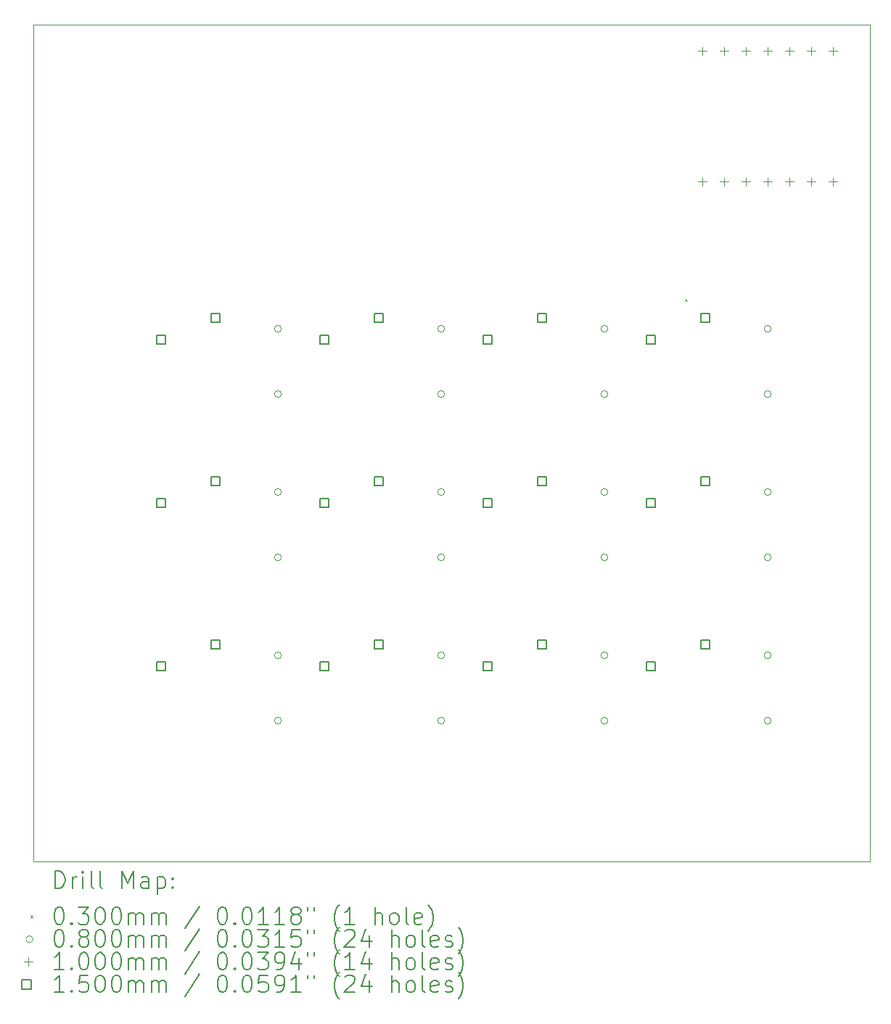
<source format=gbr>
%TF.GenerationSoftware,KiCad,Pcbnew,8.0.5*%
%TF.CreationDate,2024-10-21T21:04:17+03:00*%
%TF.ProjectId,hackpad1,6861636b-7061-4643-912e-6b696361645f,rev?*%
%TF.SameCoordinates,Original*%
%TF.FileFunction,Drillmap*%
%TF.FilePolarity,Positive*%
%FSLAX45Y45*%
G04 Gerber Fmt 4.5, Leading zero omitted, Abs format (unit mm)*
G04 Created by KiCad (PCBNEW 8.0.5) date 2024-10-21 21:04:17*
%MOMM*%
%LPD*%
G01*
G04 APERTURE LIST*
%ADD10C,0.050000*%
%ADD11C,0.200000*%
%ADD12C,0.100000*%
%ADD13C,0.150000*%
G04 APERTURE END LIST*
D10*
X8572500Y-3929062D02*
X18335625Y-3929062D01*
X18335625Y-13692187D01*
X8572500Y-13692187D01*
X8572500Y-3929062D01*
D11*
D12*
X16177500Y-7128750D02*
X16207500Y-7158750D01*
X16207500Y-7128750D02*
X16177500Y-7158750D01*
X11470000Y-7477125D02*
G75*
G02*
X11390000Y-7477125I-40000J0D01*
G01*
X11390000Y-7477125D02*
G75*
G02*
X11470000Y-7477125I40000J0D01*
G01*
X11470000Y-8239125D02*
G75*
G02*
X11390000Y-8239125I-40000J0D01*
G01*
X11390000Y-8239125D02*
G75*
G02*
X11470000Y-8239125I40000J0D01*
G01*
X11470000Y-9382125D02*
G75*
G02*
X11390000Y-9382125I-40000J0D01*
G01*
X11390000Y-9382125D02*
G75*
G02*
X11470000Y-9382125I40000J0D01*
G01*
X11470000Y-10144125D02*
G75*
G02*
X11390000Y-10144125I-40000J0D01*
G01*
X11390000Y-10144125D02*
G75*
G02*
X11470000Y-10144125I40000J0D01*
G01*
X11470000Y-11287125D02*
G75*
G02*
X11390000Y-11287125I-40000J0D01*
G01*
X11390000Y-11287125D02*
G75*
G02*
X11470000Y-11287125I40000J0D01*
G01*
X11470000Y-12049125D02*
G75*
G02*
X11390000Y-12049125I-40000J0D01*
G01*
X11390000Y-12049125D02*
G75*
G02*
X11470000Y-12049125I40000J0D01*
G01*
X13375000Y-7477125D02*
G75*
G02*
X13295000Y-7477125I-40000J0D01*
G01*
X13295000Y-7477125D02*
G75*
G02*
X13375000Y-7477125I40000J0D01*
G01*
X13375000Y-8239125D02*
G75*
G02*
X13295000Y-8239125I-40000J0D01*
G01*
X13295000Y-8239125D02*
G75*
G02*
X13375000Y-8239125I40000J0D01*
G01*
X13375000Y-9382125D02*
G75*
G02*
X13295000Y-9382125I-40000J0D01*
G01*
X13295000Y-9382125D02*
G75*
G02*
X13375000Y-9382125I40000J0D01*
G01*
X13375000Y-10144125D02*
G75*
G02*
X13295000Y-10144125I-40000J0D01*
G01*
X13295000Y-10144125D02*
G75*
G02*
X13375000Y-10144125I40000J0D01*
G01*
X13375000Y-11287125D02*
G75*
G02*
X13295000Y-11287125I-40000J0D01*
G01*
X13295000Y-11287125D02*
G75*
G02*
X13375000Y-11287125I40000J0D01*
G01*
X13375000Y-12049125D02*
G75*
G02*
X13295000Y-12049125I-40000J0D01*
G01*
X13295000Y-12049125D02*
G75*
G02*
X13375000Y-12049125I40000J0D01*
G01*
X15280000Y-7477125D02*
G75*
G02*
X15200000Y-7477125I-40000J0D01*
G01*
X15200000Y-7477125D02*
G75*
G02*
X15280000Y-7477125I40000J0D01*
G01*
X15280000Y-8239125D02*
G75*
G02*
X15200000Y-8239125I-40000J0D01*
G01*
X15200000Y-8239125D02*
G75*
G02*
X15280000Y-8239125I40000J0D01*
G01*
X15280000Y-9382125D02*
G75*
G02*
X15200000Y-9382125I-40000J0D01*
G01*
X15200000Y-9382125D02*
G75*
G02*
X15280000Y-9382125I40000J0D01*
G01*
X15280000Y-10144125D02*
G75*
G02*
X15200000Y-10144125I-40000J0D01*
G01*
X15200000Y-10144125D02*
G75*
G02*
X15280000Y-10144125I40000J0D01*
G01*
X15280000Y-11287125D02*
G75*
G02*
X15200000Y-11287125I-40000J0D01*
G01*
X15200000Y-11287125D02*
G75*
G02*
X15280000Y-11287125I40000J0D01*
G01*
X15280000Y-12049125D02*
G75*
G02*
X15200000Y-12049125I-40000J0D01*
G01*
X15200000Y-12049125D02*
G75*
G02*
X15280000Y-12049125I40000J0D01*
G01*
X17185000Y-7477125D02*
G75*
G02*
X17105000Y-7477125I-40000J0D01*
G01*
X17105000Y-7477125D02*
G75*
G02*
X17185000Y-7477125I40000J0D01*
G01*
X17185000Y-8239125D02*
G75*
G02*
X17105000Y-8239125I-40000J0D01*
G01*
X17105000Y-8239125D02*
G75*
G02*
X17185000Y-8239125I40000J0D01*
G01*
X17185000Y-9382125D02*
G75*
G02*
X17105000Y-9382125I-40000J0D01*
G01*
X17105000Y-9382125D02*
G75*
G02*
X17185000Y-9382125I40000J0D01*
G01*
X17185000Y-10144125D02*
G75*
G02*
X17105000Y-10144125I-40000J0D01*
G01*
X17105000Y-10144125D02*
G75*
G02*
X17185000Y-10144125I40000J0D01*
G01*
X17185000Y-11287125D02*
G75*
G02*
X17105000Y-11287125I-40000J0D01*
G01*
X17105000Y-11287125D02*
G75*
G02*
X17185000Y-11287125I40000J0D01*
G01*
X17185000Y-12049125D02*
G75*
G02*
X17105000Y-12049125I-40000J0D01*
G01*
X17105000Y-12049125D02*
G75*
G02*
X17185000Y-12049125I40000J0D01*
G01*
X16383000Y-4188625D02*
X16383000Y-4288625D01*
X16333000Y-4238625D02*
X16433000Y-4238625D01*
X16383000Y-5712625D02*
X16383000Y-5812625D01*
X16333000Y-5762625D02*
X16433000Y-5762625D01*
X16637000Y-4188625D02*
X16637000Y-4288625D01*
X16587000Y-4238625D02*
X16687000Y-4238625D01*
X16637000Y-5712625D02*
X16637000Y-5812625D01*
X16587000Y-5762625D02*
X16687000Y-5762625D01*
X16891000Y-4188625D02*
X16891000Y-4288625D01*
X16841000Y-4238625D02*
X16941000Y-4238625D01*
X16891000Y-5712625D02*
X16891000Y-5812625D01*
X16841000Y-5762625D02*
X16941000Y-5762625D01*
X17145000Y-4188625D02*
X17145000Y-4288625D01*
X17095000Y-4238625D02*
X17195000Y-4238625D01*
X17145000Y-5712625D02*
X17145000Y-5812625D01*
X17095000Y-5762625D02*
X17195000Y-5762625D01*
X17399000Y-4188625D02*
X17399000Y-4288625D01*
X17349000Y-4238625D02*
X17449000Y-4238625D01*
X17399000Y-5712625D02*
X17399000Y-5812625D01*
X17349000Y-5762625D02*
X17449000Y-5762625D01*
X17653000Y-4188625D02*
X17653000Y-4288625D01*
X17603000Y-4238625D02*
X17703000Y-4238625D01*
X17653000Y-5712625D02*
X17653000Y-5812625D01*
X17603000Y-5762625D02*
X17703000Y-5762625D01*
X17907000Y-4188625D02*
X17907000Y-4288625D01*
X17857000Y-4238625D02*
X17957000Y-4238625D01*
X17907000Y-5712625D02*
X17907000Y-5812625D01*
X17857000Y-5762625D02*
X17957000Y-5762625D01*
D13*
X10117784Y-7657158D02*
X10117784Y-7551091D01*
X10011717Y-7551091D01*
X10011717Y-7657158D01*
X10117784Y-7657158D01*
X10117784Y-9562159D02*
X10117784Y-9456092D01*
X10011717Y-9456092D01*
X10011717Y-9562159D01*
X10117784Y-9562159D01*
X10117784Y-11467158D02*
X10117784Y-11361091D01*
X10011717Y-11361091D01*
X10011717Y-11467158D01*
X10117784Y-11467158D01*
X10752784Y-7403158D02*
X10752784Y-7297091D01*
X10646717Y-7297091D01*
X10646717Y-7403158D01*
X10752784Y-7403158D01*
X10752784Y-9308159D02*
X10752784Y-9202092D01*
X10646717Y-9202092D01*
X10646717Y-9308159D01*
X10752784Y-9308159D01*
X10752784Y-11213158D02*
X10752784Y-11107092D01*
X10646717Y-11107092D01*
X10646717Y-11213158D01*
X10752784Y-11213158D01*
X12022783Y-7657158D02*
X12022783Y-7551091D01*
X11916716Y-7551091D01*
X11916716Y-7657158D01*
X12022783Y-7657158D01*
X12022783Y-9562159D02*
X12022783Y-9456092D01*
X11916716Y-9456092D01*
X11916716Y-9562159D01*
X12022783Y-9562159D01*
X12022783Y-11467158D02*
X12022783Y-11361091D01*
X11916716Y-11361091D01*
X11916716Y-11467158D01*
X12022783Y-11467158D01*
X12657783Y-7403158D02*
X12657783Y-7297091D01*
X12551716Y-7297091D01*
X12551716Y-7403158D01*
X12657783Y-7403158D01*
X12657783Y-9308159D02*
X12657783Y-9202092D01*
X12551716Y-9202092D01*
X12551716Y-9308159D01*
X12657783Y-9308159D01*
X12657783Y-11213158D02*
X12657783Y-11107092D01*
X12551716Y-11107092D01*
X12551716Y-11213158D01*
X12657783Y-11213158D01*
X13927783Y-7657158D02*
X13927783Y-7551091D01*
X13821716Y-7551091D01*
X13821716Y-7657158D01*
X13927783Y-7657158D01*
X13927783Y-9562159D02*
X13927783Y-9456092D01*
X13821716Y-9456092D01*
X13821716Y-9562159D01*
X13927783Y-9562159D01*
X13927783Y-11467158D02*
X13927783Y-11361091D01*
X13821716Y-11361091D01*
X13821716Y-11467158D01*
X13927783Y-11467158D01*
X14562783Y-7403158D02*
X14562783Y-7297091D01*
X14456716Y-7297091D01*
X14456716Y-7403158D01*
X14562783Y-7403158D01*
X14562783Y-9308159D02*
X14562783Y-9202092D01*
X14456716Y-9202092D01*
X14456716Y-9308159D01*
X14562783Y-9308159D01*
X14562783Y-11213158D02*
X14562783Y-11107092D01*
X14456716Y-11107092D01*
X14456716Y-11213158D01*
X14562783Y-11213158D01*
X15832783Y-7657158D02*
X15832783Y-7551091D01*
X15726716Y-7551091D01*
X15726716Y-7657158D01*
X15832783Y-7657158D01*
X15832783Y-9562159D02*
X15832783Y-9456092D01*
X15726716Y-9456092D01*
X15726716Y-9562159D01*
X15832783Y-9562159D01*
X15832783Y-11467158D02*
X15832783Y-11361091D01*
X15726716Y-11361091D01*
X15726716Y-11467158D01*
X15832783Y-11467158D01*
X16467783Y-7403158D02*
X16467783Y-7297091D01*
X16361716Y-7297091D01*
X16361716Y-7403158D01*
X16467783Y-7403158D01*
X16467783Y-9308159D02*
X16467783Y-9202092D01*
X16361716Y-9202092D01*
X16361716Y-9308159D01*
X16467783Y-9308159D01*
X16467783Y-11213158D02*
X16467783Y-11107092D01*
X16361716Y-11107092D01*
X16361716Y-11213158D01*
X16467783Y-11213158D01*
D11*
X8830777Y-14006171D02*
X8830777Y-13806171D01*
X8830777Y-13806171D02*
X8878396Y-13806171D01*
X8878396Y-13806171D02*
X8906967Y-13815695D01*
X8906967Y-13815695D02*
X8926015Y-13834743D01*
X8926015Y-13834743D02*
X8935539Y-13853790D01*
X8935539Y-13853790D02*
X8945063Y-13891885D01*
X8945063Y-13891885D02*
X8945063Y-13920457D01*
X8945063Y-13920457D02*
X8935539Y-13958552D01*
X8935539Y-13958552D02*
X8926015Y-13977600D01*
X8926015Y-13977600D02*
X8906967Y-13996647D01*
X8906967Y-13996647D02*
X8878396Y-14006171D01*
X8878396Y-14006171D02*
X8830777Y-14006171D01*
X9030777Y-14006171D02*
X9030777Y-13872838D01*
X9030777Y-13910933D02*
X9040301Y-13891885D01*
X9040301Y-13891885D02*
X9049824Y-13882362D01*
X9049824Y-13882362D02*
X9068872Y-13872838D01*
X9068872Y-13872838D02*
X9087920Y-13872838D01*
X9154586Y-14006171D02*
X9154586Y-13872838D01*
X9154586Y-13806171D02*
X9145063Y-13815695D01*
X9145063Y-13815695D02*
X9154586Y-13825219D01*
X9154586Y-13825219D02*
X9164110Y-13815695D01*
X9164110Y-13815695D02*
X9154586Y-13806171D01*
X9154586Y-13806171D02*
X9154586Y-13825219D01*
X9278396Y-14006171D02*
X9259348Y-13996647D01*
X9259348Y-13996647D02*
X9249824Y-13977600D01*
X9249824Y-13977600D02*
X9249824Y-13806171D01*
X9383158Y-14006171D02*
X9364110Y-13996647D01*
X9364110Y-13996647D02*
X9354586Y-13977600D01*
X9354586Y-13977600D02*
X9354586Y-13806171D01*
X9611729Y-14006171D02*
X9611729Y-13806171D01*
X9611729Y-13806171D02*
X9678396Y-13949028D01*
X9678396Y-13949028D02*
X9745063Y-13806171D01*
X9745063Y-13806171D02*
X9745063Y-14006171D01*
X9926015Y-14006171D02*
X9926015Y-13901409D01*
X9926015Y-13901409D02*
X9916491Y-13882362D01*
X9916491Y-13882362D02*
X9897444Y-13872838D01*
X9897444Y-13872838D02*
X9859348Y-13872838D01*
X9859348Y-13872838D02*
X9840301Y-13882362D01*
X9926015Y-13996647D02*
X9906967Y-14006171D01*
X9906967Y-14006171D02*
X9859348Y-14006171D01*
X9859348Y-14006171D02*
X9840301Y-13996647D01*
X9840301Y-13996647D02*
X9830777Y-13977600D01*
X9830777Y-13977600D02*
X9830777Y-13958552D01*
X9830777Y-13958552D02*
X9840301Y-13939505D01*
X9840301Y-13939505D02*
X9859348Y-13929981D01*
X9859348Y-13929981D02*
X9906967Y-13929981D01*
X9906967Y-13929981D02*
X9926015Y-13920457D01*
X10021253Y-13872838D02*
X10021253Y-14072838D01*
X10021253Y-13882362D02*
X10040301Y-13872838D01*
X10040301Y-13872838D02*
X10078396Y-13872838D01*
X10078396Y-13872838D02*
X10097444Y-13882362D01*
X10097444Y-13882362D02*
X10106967Y-13891885D01*
X10106967Y-13891885D02*
X10116491Y-13910933D01*
X10116491Y-13910933D02*
X10116491Y-13968076D01*
X10116491Y-13968076D02*
X10106967Y-13987124D01*
X10106967Y-13987124D02*
X10097444Y-13996647D01*
X10097444Y-13996647D02*
X10078396Y-14006171D01*
X10078396Y-14006171D02*
X10040301Y-14006171D01*
X10040301Y-14006171D02*
X10021253Y-13996647D01*
X10202205Y-13987124D02*
X10211729Y-13996647D01*
X10211729Y-13996647D02*
X10202205Y-14006171D01*
X10202205Y-14006171D02*
X10192682Y-13996647D01*
X10192682Y-13996647D02*
X10202205Y-13987124D01*
X10202205Y-13987124D02*
X10202205Y-14006171D01*
X10202205Y-13882362D02*
X10211729Y-13891885D01*
X10211729Y-13891885D02*
X10202205Y-13901409D01*
X10202205Y-13901409D02*
X10192682Y-13891885D01*
X10192682Y-13891885D02*
X10202205Y-13882362D01*
X10202205Y-13882362D02*
X10202205Y-13901409D01*
D12*
X8540000Y-14319687D02*
X8570000Y-14349687D01*
X8570000Y-14319687D02*
X8540000Y-14349687D01*
D11*
X8868872Y-14226171D02*
X8887920Y-14226171D01*
X8887920Y-14226171D02*
X8906967Y-14235695D01*
X8906967Y-14235695D02*
X8916491Y-14245219D01*
X8916491Y-14245219D02*
X8926015Y-14264266D01*
X8926015Y-14264266D02*
X8935539Y-14302362D01*
X8935539Y-14302362D02*
X8935539Y-14349981D01*
X8935539Y-14349981D02*
X8926015Y-14388076D01*
X8926015Y-14388076D02*
X8916491Y-14407124D01*
X8916491Y-14407124D02*
X8906967Y-14416647D01*
X8906967Y-14416647D02*
X8887920Y-14426171D01*
X8887920Y-14426171D02*
X8868872Y-14426171D01*
X8868872Y-14426171D02*
X8849824Y-14416647D01*
X8849824Y-14416647D02*
X8840301Y-14407124D01*
X8840301Y-14407124D02*
X8830777Y-14388076D01*
X8830777Y-14388076D02*
X8821253Y-14349981D01*
X8821253Y-14349981D02*
X8821253Y-14302362D01*
X8821253Y-14302362D02*
X8830777Y-14264266D01*
X8830777Y-14264266D02*
X8840301Y-14245219D01*
X8840301Y-14245219D02*
X8849824Y-14235695D01*
X8849824Y-14235695D02*
X8868872Y-14226171D01*
X9021253Y-14407124D02*
X9030777Y-14416647D01*
X9030777Y-14416647D02*
X9021253Y-14426171D01*
X9021253Y-14426171D02*
X9011729Y-14416647D01*
X9011729Y-14416647D02*
X9021253Y-14407124D01*
X9021253Y-14407124D02*
X9021253Y-14426171D01*
X9097444Y-14226171D02*
X9221253Y-14226171D01*
X9221253Y-14226171D02*
X9154586Y-14302362D01*
X9154586Y-14302362D02*
X9183158Y-14302362D01*
X9183158Y-14302362D02*
X9202205Y-14311885D01*
X9202205Y-14311885D02*
X9211729Y-14321409D01*
X9211729Y-14321409D02*
X9221253Y-14340457D01*
X9221253Y-14340457D02*
X9221253Y-14388076D01*
X9221253Y-14388076D02*
X9211729Y-14407124D01*
X9211729Y-14407124D02*
X9202205Y-14416647D01*
X9202205Y-14416647D02*
X9183158Y-14426171D01*
X9183158Y-14426171D02*
X9126015Y-14426171D01*
X9126015Y-14426171D02*
X9106967Y-14416647D01*
X9106967Y-14416647D02*
X9097444Y-14407124D01*
X9345063Y-14226171D02*
X9364110Y-14226171D01*
X9364110Y-14226171D02*
X9383158Y-14235695D01*
X9383158Y-14235695D02*
X9392682Y-14245219D01*
X9392682Y-14245219D02*
X9402205Y-14264266D01*
X9402205Y-14264266D02*
X9411729Y-14302362D01*
X9411729Y-14302362D02*
X9411729Y-14349981D01*
X9411729Y-14349981D02*
X9402205Y-14388076D01*
X9402205Y-14388076D02*
X9392682Y-14407124D01*
X9392682Y-14407124D02*
X9383158Y-14416647D01*
X9383158Y-14416647D02*
X9364110Y-14426171D01*
X9364110Y-14426171D02*
X9345063Y-14426171D01*
X9345063Y-14426171D02*
X9326015Y-14416647D01*
X9326015Y-14416647D02*
X9316491Y-14407124D01*
X9316491Y-14407124D02*
X9306967Y-14388076D01*
X9306967Y-14388076D02*
X9297444Y-14349981D01*
X9297444Y-14349981D02*
X9297444Y-14302362D01*
X9297444Y-14302362D02*
X9306967Y-14264266D01*
X9306967Y-14264266D02*
X9316491Y-14245219D01*
X9316491Y-14245219D02*
X9326015Y-14235695D01*
X9326015Y-14235695D02*
X9345063Y-14226171D01*
X9535539Y-14226171D02*
X9554586Y-14226171D01*
X9554586Y-14226171D02*
X9573634Y-14235695D01*
X9573634Y-14235695D02*
X9583158Y-14245219D01*
X9583158Y-14245219D02*
X9592682Y-14264266D01*
X9592682Y-14264266D02*
X9602205Y-14302362D01*
X9602205Y-14302362D02*
X9602205Y-14349981D01*
X9602205Y-14349981D02*
X9592682Y-14388076D01*
X9592682Y-14388076D02*
X9583158Y-14407124D01*
X9583158Y-14407124D02*
X9573634Y-14416647D01*
X9573634Y-14416647D02*
X9554586Y-14426171D01*
X9554586Y-14426171D02*
X9535539Y-14426171D01*
X9535539Y-14426171D02*
X9516491Y-14416647D01*
X9516491Y-14416647D02*
X9506967Y-14407124D01*
X9506967Y-14407124D02*
X9497444Y-14388076D01*
X9497444Y-14388076D02*
X9487920Y-14349981D01*
X9487920Y-14349981D02*
X9487920Y-14302362D01*
X9487920Y-14302362D02*
X9497444Y-14264266D01*
X9497444Y-14264266D02*
X9506967Y-14245219D01*
X9506967Y-14245219D02*
X9516491Y-14235695D01*
X9516491Y-14235695D02*
X9535539Y-14226171D01*
X9687920Y-14426171D02*
X9687920Y-14292838D01*
X9687920Y-14311885D02*
X9697444Y-14302362D01*
X9697444Y-14302362D02*
X9716491Y-14292838D01*
X9716491Y-14292838D02*
X9745063Y-14292838D01*
X9745063Y-14292838D02*
X9764110Y-14302362D01*
X9764110Y-14302362D02*
X9773634Y-14321409D01*
X9773634Y-14321409D02*
X9773634Y-14426171D01*
X9773634Y-14321409D02*
X9783158Y-14302362D01*
X9783158Y-14302362D02*
X9802205Y-14292838D01*
X9802205Y-14292838D02*
X9830777Y-14292838D01*
X9830777Y-14292838D02*
X9849825Y-14302362D01*
X9849825Y-14302362D02*
X9859348Y-14321409D01*
X9859348Y-14321409D02*
X9859348Y-14426171D01*
X9954586Y-14426171D02*
X9954586Y-14292838D01*
X9954586Y-14311885D02*
X9964110Y-14302362D01*
X9964110Y-14302362D02*
X9983158Y-14292838D01*
X9983158Y-14292838D02*
X10011729Y-14292838D01*
X10011729Y-14292838D02*
X10030777Y-14302362D01*
X10030777Y-14302362D02*
X10040301Y-14321409D01*
X10040301Y-14321409D02*
X10040301Y-14426171D01*
X10040301Y-14321409D02*
X10049825Y-14302362D01*
X10049825Y-14302362D02*
X10068872Y-14292838D01*
X10068872Y-14292838D02*
X10097444Y-14292838D01*
X10097444Y-14292838D02*
X10116491Y-14302362D01*
X10116491Y-14302362D02*
X10126015Y-14321409D01*
X10126015Y-14321409D02*
X10126015Y-14426171D01*
X10516491Y-14216647D02*
X10345063Y-14473790D01*
X10773634Y-14226171D02*
X10792682Y-14226171D01*
X10792682Y-14226171D02*
X10811729Y-14235695D01*
X10811729Y-14235695D02*
X10821253Y-14245219D01*
X10821253Y-14245219D02*
X10830777Y-14264266D01*
X10830777Y-14264266D02*
X10840301Y-14302362D01*
X10840301Y-14302362D02*
X10840301Y-14349981D01*
X10840301Y-14349981D02*
X10830777Y-14388076D01*
X10830777Y-14388076D02*
X10821253Y-14407124D01*
X10821253Y-14407124D02*
X10811729Y-14416647D01*
X10811729Y-14416647D02*
X10792682Y-14426171D01*
X10792682Y-14426171D02*
X10773634Y-14426171D01*
X10773634Y-14426171D02*
X10754587Y-14416647D01*
X10754587Y-14416647D02*
X10745063Y-14407124D01*
X10745063Y-14407124D02*
X10735539Y-14388076D01*
X10735539Y-14388076D02*
X10726015Y-14349981D01*
X10726015Y-14349981D02*
X10726015Y-14302362D01*
X10726015Y-14302362D02*
X10735539Y-14264266D01*
X10735539Y-14264266D02*
X10745063Y-14245219D01*
X10745063Y-14245219D02*
X10754587Y-14235695D01*
X10754587Y-14235695D02*
X10773634Y-14226171D01*
X10926015Y-14407124D02*
X10935539Y-14416647D01*
X10935539Y-14416647D02*
X10926015Y-14426171D01*
X10926015Y-14426171D02*
X10916491Y-14416647D01*
X10916491Y-14416647D02*
X10926015Y-14407124D01*
X10926015Y-14407124D02*
X10926015Y-14426171D01*
X11059348Y-14226171D02*
X11078396Y-14226171D01*
X11078396Y-14226171D02*
X11097444Y-14235695D01*
X11097444Y-14235695D02*
X11106968Y-14245219D01*
X11106968Y-14245219D02*
X11116491Y-14264266D01*
X11116491Y-14264266D02*
X11126015Y-14302362D01*
X11126015Y-14302362D02*
X11126015Y-14349981D01*
X11126015Y-14349981D02*
X11116491Y-14388076D01*
X11116491Y-14388076D02*
X11106968Y-14407124D01*
X11106968Y-14407124D02*
X11097444Y-14416647D01*
X11097444Y-14416647D02*
X11078396Y-14426171D01*
X11078396Y-14426171D02*
X11059348Y-14426171D01*
X11059348Y-14426171D02*
X11040301Y-14416647D01*
X11040301Y-14416647D02*
X11030777Y-14407124D01*
X11030777Y-14407124D02*
X11021253Y-14388076D01*
X11021253Y-14388076D02*
X11011729Y-14349981D01*
X11011729Y-14349981D02*
X11011729Y-14302362D01*
X11011729Y-14302362D02*
X11021253Y-14264266D01*
X11021253Y-14264266D02*
X11030777Y-14245219D01*
X11030777Y-14245219D02*
X11040301Y-14235695D01*
X11040301Y-14235695D02*
X11059348Y-14226171D01*
X11316491Y-14426171D02*
X11202206Y-14426171D01*
X11259348Y-14426171D02*
X11259348Y-14226171D01*
X11259348Y-14226171D02*
X11240301Y-14254743D01*
X11240301Y-14254743D02*
X11221253Y-14273790D01*
X11221253Y-14273790D02*
X11202206Y-14283314D01*
X11506967Y-14426171D02*
X11392682Y-14426171D01*
X11449825Y-14426171D02*
X11449825Y-14226171D01*
X11449825Y-14226171D02*
X11430777Y-14254743D01*
X11430777Y-14254743D02*
X11411729Y-14273790D01*
X11411729Y-14273790D02*
X11392682Y-14283314D01*
X11621253Y-14311885D02*
X11602206Y-14302362D01*
X11602206Y-14302362D02*
X11592682Y-14292838D01*
X11592682Y-14292838D02*
X11583158Y-14273790D01*
X11583158Y-14273790D02*
X11583158Y-14264266D01*
X11583158Y-14264266D02*
X11592682Y-14245219D01*
X11592682Y-14245219D02*
X11602206Y-14235695D01*
X11602206Y-14235695D02*
X11621253Y-14226171D01*
X11621253Y-14226171D02*
X11659348Y-14226171D01*
X11659348Y-14226171D02*
X11678396Y-14235695D01*
X11678396Y-14235695D02*
X11687920Y-14245219D01*
X11687920Y-14245219D02*
X11697444Y-14264266D01*
X11697444Y-14264266D02*
X11697444Y-14273790D01*
X11697444Y-14273790D02*
X11687920Y-14292838D01*
X11687920Y-14292838D02*
X11678396Y-14302362D01*
X11678396Y-14302362D02*
X11659348Y-14311885D01*
X11659348Y-14311885D02*
X11621253Y-14311885D01*
X11621253Y-14311885D02*
X11602206Y-14321409D01*
X11602206Y-14321409D02*
X11592682Y-14330933D01*
X11592682Y-14330933D02*
X11583158Y-14349981D01*
X11583158Y-14349981D02*
X11583158Y-14388076D01*
X11583158Y-14388076D02*
X11592682Y-14407124D01*
X11592682Y-14407124D02*
X11602206Y-14416647D01*
X11602206Y-14416647D02*
X11621253Y-14426171D01*
X11621253Y-14426171D02*
X11659348Y-14426171D01*
X11659348Y-14426171D02*
X11678396Y-14416647D01*
X11678396Y-14416647D02*
X11687920Y-14407124D01*
X11687920Y-14407124D02*
X11697444Y-14388076D01*
X11697444Y-14388076D02*
X11697444Y-14349981D01*
X11697444Y-14349981D02*
X11687920Y-14330933D01*
X11687920Y-14330933D02*
X11678396Y-14321409D01*
X11678396Y-14321409D02*
X11659348Y-14311885D01*
X11773634Y-14226171D02*
X11773634Y-14264266D01*
X11849825Y-14226171D02*
X11849825Y-14264266D01*
X12145063Y-14502362D02*
X12135539Y-14492838D01*
X12135539Y-14492838D02*
X12116491Y-14464266D01*
X12116491Y-14464266D02*
X12106968Y-14445219D01*
X12106968Y-14445219D02*
X12097444Y-14416647D01*
X12097444Y-14416647D02*
X12087920Y-14369028D01*
X12087920Y-14369028D02*
X12087920Y-14330933D01*
X12087920Y-14330933D02*
X12097444Y-14283314D01*
X12097444Y-14283314D02*
X12106968Y-14254743D01*
X12106968Y-14254743D02*
X12116491Y-14235695D01*
X12116491Y-14235695D02*
X12135539Y-14207124D01*
X12135539Y-14207124D02*
X12145063Y-14197600D01*
X12326015Y-14426171D02*
X12211729Y-14426171D01*
X12268872Y-14426171D02*
X12268872Y-14226171D01*
X12268872Y-14226171D02*
X12249825Y-14254743D01*
X12249825Y-14254743D02*
X12230777Y-14273790D01*
X12230777Y-14273790D02*
X12211729Y-14283314D01*
X12564110Y-14426171D02*
X12564110Y-14226171D01*
X12649825Y-14426171D02*
X12649825Y-14321409D01*
X12649825Y-14321409D02*
X12640301Y-14302362D01*
X12640301Y-14302362D02*
X12621253Y-14292838D01*
X12621253Y-14292838D02*
X12592682Y-14292838D01*
X12592682Y-14292838D02*
X12573634Y-14302362D01*
X12573634Y-14302362D02*
X12564110Y-14311885D01*
X12773634Y-14426171D02*
X12754587Y-14416647D01*
X12754587Y-14416647D02*
X12745063Y-14407124D01*
X12745063Y-14407124D02*
X12735539Y-14388076D01*
X12735539Y-14388076D02*
X12735539Y-14330933D01*
X12735539Y-14330933D02*
X12745063Y-14311885D01*
X12745063Y-14311885D02*
X12754587Y-14302362D01*
X12754587Y-14302362D02*
X12773634Y-14292838D01*
X12773634Y-14292838D02*
X12802206Y-14292838D01*
X12802206Y-14292838D02*
X12821253Y-14302362D01*
X12821253Y-14302362D02*
X12830777Y-14311885D01*
X12830777Y-14311885D02*
X12840301Y-14330933D01*
X12840301Y-14330933D02*
X12840301Y-14388076D01*
X12840301Y-14388076D02*
X12830777Y-14407124D01*
X12830777Y-14407124D02*
X12821253Y-14416647D01*
X12821253Y-14416647D02*
X12802206Y-14426171D01*
X12802206Y-14426171D02*
X12773634Y-14426171D01*
X12954587Y-14426171D02*
X12935539Y-14416647D01*
X12935539Y-14416647D02*
X12926015Y-14397600D01*
X12926015Y-14397600D02*
X12926015Y-14226171D01*
X13106968Y-14416647D02*
X13087920Y-14426171D01*
X13087920Y-14426171D02*
X13049825Y-14426171D01*
X13049825Y-14426171D02*
X13030777Y-14416647D01*
X13030777Y-14416647D02*
X13021253Y-14397600D01*
X13021253Y-14397600D02*
X13021253Y-14321409D01*
X13021253Y-14321409D02*
X13030777Y-14302362D01*
X13030777Y-14302362D02*
X13049825Y-14292838D01*
X13049825Y-14292838D02*
X13087920Y-14292838D01*
X13087920Y-14292838D02*
X13106968Y-14302362D01*
X13106968Y-14302362D02*
X13116491Y-14321409D01*
X13116491Y-14321409D02*
X13116491Y-14340457D01*
X13116491Y-14340457D02*
X13021253Y-14359505D01*
X13183158Y-14502362D02*
X13192682Y-14492838D01*
X13192682Y-14492838D02*
X13211730Y-14464266D01*
X13211730Y-14464266D02*
X13221253Y-14445219D01*
X13221253Y-14445219D02*
X13230777Y-14416647D01*
X13230777Y-14416647D02*
X13240301Y-14369028D01*
X13240301Y-14369028D02*
X13240301Y-14330933D01*
X13240301Y-14330933D02*
X13230777Y-14283314D01*
X13230777Y-14283314D02*
X13221253Y-14254743D01*
X13221253Y-14254743D02*
X13211730Y-14235695D01*
X13211730Y-14235695D02*
X13192682Y-14207124D01*
X13192682Y-14207124D02*
X13183158Y-14197600D01*
D12*
X8570000Y-14598687D02*
G75*
G02*
X8490000Y-14598687I-40000J0D01*
G01*
X8490000Y-14598687D02*
G75*
G02*
X8570000Y-14598687I40000J0D01*
G01*
D11*
X8868872Y-14490171D02*
X8887920Y-14490171D01*
X8887920Y-14490171D02*
X8906967Y-14499695D01*
X8906967Y-14499695D02*
X8916491Y-14509219D01*
X8916491Y-14509219D02*
X8926015Y-14528266D01*
X8926015Y-14528266D02*
X8935539Y-14566362D01*
X8935539Y-14566362D02*
X8935539Y-14613981D01*
X8935539Y-14613981D02*
X8926015Y-14652076D01*
X8926015Y-14652076D02*
X8916491Y-14671124D01*
X8916491Y-14671124D02*
X8906967Y-14680647D01*
X8906967Y-14680647D02*
X8887920Y-14690171D01*
X8887920Y-14690171D02*
X8868872Y-14690171D01*
X8868872Y-14690171D02*
X8849824Y-14680647D01*
X8849824Y-14680647D02*
X8840301Y-14671124D01*
X8840301Y-14671124D02*
X8830777Y-14652076D01*
X8830777Y-14652076D02*
X8821253Y-14613981D01*
X8821253Y-14613981D02*
X8821253Y-14566362D01*
X8821253Y-14566362D02*
X8830777Y-14528266D01*
X8830777Y-14528266D02*
X8840301Y-14509219D01*
X8840301Y-14509219D02*
X8849824Y-14499695D01*
X8849824Y-14499695D02*
X8868872Y-14490171D01*
X9021253Y-14671124D02*
X9030777Y-14680647D01*
X9030777Y-14680647D02*
X9021253Y-14690171D01*
X9021253Y-14690171D02*
X9011729Y-14680647D01*
X9011729Y-14680647D02*
X9021253Y-14671124D01*
X9021253Y-14671124D02*
X9021253Y-14690171D01*
X9145063Y-14575885D02*
X9126015Y-14566362D01*
X9126015Y-14566362D02*
X9116491Y-14556838D01*
X9116491Y-14556838D02*
X9106967Y-14537790D01*
X9106967Y-14537790D02*
X9106967Y-14528266D01*
X9106967Y-14528266D02*
X9116491Y-14509219D01*
X9116491Y-14509219D02*
X9126015Y-14499695D01*
X9126015Y-14499695D02*
X9145063Y-14490171D01*
X9145063Y-14490171D02*
X9183158Y-14490171D01*
X9183158Y-14490171D02*
X9202205Y-14499695D01*
X9202205Y-14499695D02*
X9211729Y-14509219D01*
X9211729Y-14509219D02*
X9221253Y-14528266D01*
X9221253Y-14528266D02*
X9221253Y-14537790D01*
X9221253Y-14537790D02*
X9211729Y-14556838D01*
X9211729Y-14556838D02*
X9202205Y-14566362D01*
X9202205Y-14566362D02*
X9183158Y-14575885D01*
X9183158Y-14575885D02*
X9145063Y-14575885D01*
X9145063Y-14575885D02*
X9126015Y-14585409D01*
X9126015Y-14585409D02*
X9116491Y-14594933D01*
X9116491Y-14594933D02*
X9106967Y-14613981D01*
X9106967Y-14613981D02*
X9106967Y-14652076D01*
X9106967Y-14652076D02*
X9116491Y-14671124D01*
X9116491Y-14671124D02*
X9126015Y-14680647D01*
X9126015Y-14680647D02*
X9145063Y-14690171D01*
X9145063Y-14690171D02*
X9183158Y-14690171D01*
X9183158Y-14690171D02*
X9202205Y-14680647D01*
X9202205Y-14680647D02*
X9211729Y-14671124D01*
X9211729Y-14671124D02*
X9221253Y-14652076D01*
X9221253Y-14652076D02*
X9221253Y-14613981D01*
X9221253Y-14613981D02*
X9211729Y-14594933D01*
X9211729Y-14594933D02*
X9202205Y-14585409D01*
X9202205Y-14585409D02*
X9183158Y-14575885D01*
X9345063Y-14490171D02*
X9364110Y-14490171D01*
X9364110Y-14490171D02*
X9383158Y-14499695D01*
X9383158Y-14499695D02*
X9392682Y-14509219D01*
X9392682Y-14509219D02*
X9402205Y-14528266D01*
X9402205Y-14528266D02*
X9411729Y-14566362D01*
X9411729Y-14566362D02*
X9411729Y-14613981D01*
X9411729Y-14613981D02*
X9402205Y-14652076D01*
X9402205Y-14652076D02*
X9392682Y-14671124D01*
X9392682Y-14671124D02*
X9383158Y-14680647D01*
X9383158Y-14680647D02*
X9364110Y-14690171D01*
X9364110Y-14690171D02*
X9345063Y-14690171D01*
X9345063Y-14690171D02*
X9326015Y-14680647D01*
X9326015Y-14680647D02*
X9316491Y-14671124D01*
X9316491Y-14671124D02*
X9306967Y-14652076D01*
X9306967Y-14652076D02*
X9297444Y-14613981D01*
X9297444Y-14613981D02*
X9297444Y-14566362D01*
X9297444Y-14566362D02*
X9306967Y-14528266D01*
X9306967Y-14528266D02*
X9316491Y-14509219D01*
X9316491Y-14509219D02*
X9326015Y-14499695D01*
X9326015Y-14499695D02*
X9345063Y-14490171D01*
X9535539Y-14490171D02*
X9554586Y-14490171D01*
X9554586Y-14490171D02*
X9573634Y-14499695D01*
X9573634Y-14499695D02*
X9583158Y-14509219D01*
X9583158Y-14509219D02*
X9592682Y-14528266D01*
X9592682Y-14528266D02*
X9602205Y-14566362D01*
X9602205Y-14566362D02*
X9602205Y-14613981D01*
X9602205Y-14613981D02*
X9592682Y-14652076D01*
X9592682Y-14652076D02*
X9583158Y-14671124D01*
X9583158Y-14671124D02*
X9573634Y-14680647D01*
X9573634Y-14680647D02*
X9554586Y-14690171D01*
X9554586Y-14690171D02*
X9535539Y-14690171D01*
X9535539Y-14690171D02*
X9516491Y-14680647D01*
X9516491Y-14680647D02*
X9506967Y-14671124D01*
X9506967Y-14671124D02*
X9497444Y-14652076D01*
X9497444Y-14652076D02*
X9487920Y-14613981D01*
X9487920Y-14613981D02*
X9487920Y-14566362D01*
X9487920Y-14566362D02*
X9497444Y-14528266D01*
X9497444Y-14528266D02*
X9506967Y-14509219D01*
X9506967Y-14509219D02*
X9516491Y-14499695D01*
X9516491Y-14499695D02*
X9535539Y-14490171D01*
X9687920Y-14690171D02*
X9687920Y-14556838D01*
X9687920Y-14575885D02*
X9697444Y-14566362D01*
X9697444Y-14566362D02*
X9716491Y-14556838D01*
X9716491Y-14556838D02*
X9745063Y-14556838D01*
X9745063Y-14556838D02*
X9764110Y-14566362D01*
X9764110Y-14566362D02*
X9773634Y-14585409D01*
X9773634Y-14585409D02*
X9773634Y-14690171D01*
X9773634Y-14585409D02*
X9783158Y-14566362D01*
X9783158Y-14566362D02*
X9802205Y-14556838D01*
X9802205Y-14556838D02*
X9830777Y-14556838D01*
X9830777Y-14556838D02*
X9849825Y-14566362D01*
X9849825Y-14566362D02*
X9859348Y-14585409D01*
X9859348Y-14585409D02*
X9859348Y-14690171D01*
X9954586Y-14690171D02*
X9954586Y-14556838D01*
X9954586Y-14575885D02*
X9964110Y-14566362D01*
X9964110Y-14566362D02*
X9983158Y-14556838D01*
X9983158Y-14556838D02*
X10011729Y-14556838D01*
X10011729Y-14556838D02*
X10030777Y-14566362D01*
X10030777Y-14566362D02*
X10040301Y-14585409D01*
X10040301Y-14585409D02*
X10040301Y-14690171D01*
X10040301Y-14585409D02*
X10049825Y-14566362D01*
X10049825Y-14566362D02*
X10068872Y-14556838D01*
X10068872Y-14556838D02*
X10097444Y-14556838D01*
X10097444Y-14556838D02*
X10116491Y-14566362D01*
X10116491Y-14566362D02*
X10126015Y-14585409D01*
X10126015Y-14585409D02*
X10126015Y-14690171D01*
X10516491Y-14480647D02*
X10345063Y-14737790D01*
X10773634Y-14490171D02*
X10792682Y-14490171D01*
X10792682Y-14490171D02*
X10811729Y-14499695D01*
X10811729Y-14499695D02*
X10821253Y-14509219D01*
X10821253Y-14509219D02*
X10830777Y-14528266D01*
X10830777Y-14528266D02*
X10840301Y-14566362D01*
X10840301Y-14566362D02*
X10840301Y-14613981D01*
X10840301Y-14613981D02*
X10830777Y-14652076D01*
X10830777Y-14652076D02*
X10821253Y-14671124D01*
X10821253Y-14671124D02*
X10811729Y-14680647D01*
X10811729Y-14680647D02*
X10792682Y-14690171D01*
X10792682Y-14690171D02*
X10773634Y-14690171D01*
X10773634Y-14690171D02*
X10754587Y-14680647D01*
X10754587Y-14680647D02*
X10745063Y-14671124D01*
X10745063Y-14671124D02*
X10735539Y-14652076D01*
X10735539Y-14652076D02*
X10726015Y-14613981D01*
X10726015Y-14613981D02*
X10726015Y-14566362D01*
X10726015Y-14566362D02*
X10735539Y-14528266D01*
X10735539Y-14528266D02*
X10745063Y-14509219D01*
X10745063Y-14509219D02*
X10754587Y-14499695D01*
X10754587Y-14499695D02*
X10773634Y-14490171D01*
X10926015Y-14671124D02*
X10935539Y-14680647D01*
X10935539Y-14680647D02*
X10926015Y-14690171D01*
X10926015Y-14690171D02*
X10916491Y-14680647D01*
X10916491Y-14680647D02*
X10926015Y-14671124D01*
X10926015Y-14671124D02*
X10926015Y-14690171D01*
X11059348Y-14490171D02*
X11078396Y-14490171D01*
X11078396Y-14490171D02*
X11097444Y-14499695D01*
X11097444Y-14499695D02*
X11106968Y-14509219D01*
X11106968Y-14509219D02*
X11116491Y-14528266D01*
X11116491Y-14528266D02*
X11126015Y-14566362D01*
X11126015Y-14566362D02*
X11126015Y-14613981D01*
X11126015Y-14613981D02*
X11116491Y-14652076D01*
X11116491Y-14652076D02*
X11106968Y-14671124D01*
X11106968Y-14671124D02*
X11097444Y-14680647D01*
X11097444Y-14680647D02*
X11078396Y-14690171D01*
X11078396Y-14690171D02*
X11059348Y-14690171D01*
X11059348Y-14690171D02*
X11040301Y-14680647D01*
X11040301Y-14680647D02*
X11030777Y-14671124D01*
X11030777Y-14671124D02*
X11021253Y-14652076D01*
X11021253Y-14652076D02*
X11011729Y-14613981D01*
X11011729Y-14613981D02*
X11011729Y-14566362D01*
X11011729Y-14566362D02*
X11021253Y-14528266D01*
X11021253Y-14528266D02*
X11030777Y-14509219D01*
X11030777Y-14509219D02*
X11040301Y-14499695D01*
X11040301Y-14499695D02*
X11059348Y-14490171D01*
X11192682Y-14490171D02*
X11316491Y-14490171D01*
X11316491Y-14490171D02*
X11249825Y-14566362D01*
X11249825Y-14566362D02*
X11278396Y-14566362D01*
X11278396Y-14566362D02*
X11297444Y-14575885D01*
X11297444Y-14575885D02*
X11306967Y-14585409D01*
X11306967Y-14585409D02*
X11316491Y-14604457D01*
X11316491Y-14604457D02*
X11316491Y-14652076D01*
X11316491Y-14652076D02*
X11306967Y-14671124D01*
X11306967Y-14671124D02*
X11297444Y-14680647D01*
X11297444Y-14680647D02*
X11278396Y-14690171D01*
X11278396Y-14690171D02*
X11221253Y-14690171D01*
X11221253Y-14690171D02*
X11202206Y-14680647D01*
X11202206Y-14680647D02*
X11192682Y-14671124D01*
X11506967Y-14690171D02*
X11392682Y-14690171D01*
X11449825Y-14690171D02*
X11449825Y-14490171D01*
X11449825Y-14490171D02*
X11430777Y-14518743D01*
X11430777Y-14518743D02*
X11411729Y-14537790D01*
X11411729Y-14537790D02*
X11392682Y-14547314D01*
X11687920Y-14490171D02*
X11592682Y-14490171D01*
X11592682Y-14490171D02*
X11583158Y-14585409D01*
X11583158Y-14585409D02*
X11592682Y-14575885D01*
X11592682Y-14575885D02*
X11611729Y-14566362D01*
X11611729Y-14566362D02*
X11659348Y-14566362D01*
X11659348Y-14566362D02*
X11678396Y-14575885D01*
X11678396Y-14575885D02*
X11687920Y-14585409D01*
X11687920Y-14585409D02*
X11697444Y-14604457D01*
X11697444Y-14604457D02*
X11697444Y-14652076D01*
X11697444Y-14652076D02*
X11687920Y-14671124D01*
X11687920Y-14671124D02*
X11678396Y-14680647D01*
X11678396Y-14680647D02*
X11659348Y-14690171D01*
X11659348Y-14690171D02*
X11611729Y-14690171D01*
X11611729Y-14690171D02*
X11592682Y-14680647D01*
X11592682Y-14680647D02*
X11583158Y-14671124D01*
X11773634Y-14490171D02*
X11773634Y-14528266D01*
X11849825Y-14490171D02*
X11849825Y-14528266D01*
X12145063Y-14766362D02*
X12135539Y-14756838D01*
X12135539Y-14756838D02*
X12116491Y-14728266D01*
X12116491Y-14728266D02*
X12106968Y-14709219D01*
X12106968Y-14709219D02*
X12097444Y-14680647D01*
X12097444Y-14680647D02*
X12087920Y-14633028D01*
X12087920Y-14633028D02*
X12087920Y-14594933D01*
X12087920Y-14594933D02*
X12097444Y-14547314D01*
X12097444Y-14547314D02*
X12106968Y-14518743D01*
X12106968Y-14518743D02*
X12116491Y-14499695D01*
X12116491Y-14499695D02*
X12135539Y-14471124D01*
X12135539Y-14471124D02*
X12145063Y-14461600D01*
X12211729Y-14509219D02*
X12221253Y-14499695D01*
X12221253Y-14499695D02*
X12240301Y-14490171D01*
X12240301Y-14490171D02*
X12287920Y-14490171D01*
X12287920Y-14490171D02*
X12306968Y-14499695D01*
X12306968Y-14499695D02*
X12316491Y-14509219D01*
X12316491Y-14509219D02*
X12326015Y-14528266D01*
X12326015Y-14528266D02*
X12326015Y-14547314D01*
X12326015Y-14547314D02*
X12316491Y-14575885D01*
X12316491Y-14575885D02*
X12202206Y-14690171D01*
X12202206Y-14690171D02*
X12326015Y-14690171D01*
X12497444Y-14556838D02*
X12497444Y-14690171D01*
X12449825Y-14480647D02*
X12402206Y-14623505D01*
X12402206Y-14623505D02*
X12526015Y-14623505D01*
X12754587Y-14690171D02*
X12754587Y-14490171D01*
X12840301Y-14690171D02*
X12840301Y-14585409D01*
X12840301Y-14585409D02*
X12830777Y-14566362D01*
X12830777Y-14566362D02*
X12811730Y-14556838D01*
X12811730Y-14556838D02*
X12783158Y-14556838D01*
X12783158Y-14556838D02*
X12764110Y-14566362D01*
X12764110Y-14566362D02*
X12754587Y-14575885D01*
X12964110Y-14690171D02*
X12945063Y-14680647D01*
X12945063Y-14680647D02*
X12935539Y-14671124D01*
X12935539Y-14671124D02*
X12926015Y-14652076D01*
X12926015Y-14652076D02*
X12926015Y-14594933D01*
X12926015Y-14594933D02*
X12935539Y-14575885D01*
X12935539Y-14575885D02*
X12945063Y-14566362D01*
X12945063Y-14566362D02*
X12964110Y-14556838D01*
X12964110Y-14556838D02*
X12992682Y-14556838D01*
X12992682Y-14556838D02*
X13011730Y-14566362D01*
X13011730Y-14566362D02*
X13021253Y-14575885D01*
X13021253Y-14575885D02*
X13030777Y-14594933D01*
X13030777Y-14594933D02*
X13030777Y-14652076D01*
X13030777Y-14652076D02*
X13021253Y-14671124D01*
X13021253Y-14671124D02*
X13011730Y-14680647D01*
X13011730Y-14680647D02*
X12992682Y-14690171D01*
X12992682Y-14690171D02*
X12964110Y-14690171D01*
X13145063Y-14690171D02*
X13126015Y-14680647D01*
X13126015Y-14680647D02*
X13116491Y-14661600D01*
X13116491Y-14661600D02*
X13116491Y-14490171D01*
X13297444Y-14680647D02*
X13278396Y-14690171D01*
X13278396Y-14690171D02*
X13240301Y-14690171D01*
X13240301Y-14690171D02*
X13221253Y-14680647D01*
X13221253Y-14680647D02*
X13211730Y-14661600D01*
X13211730Y-14661600D02*
X13211730Y-14585409D01*
X13211730Y-14585409D02*
X13221253Y-14566362D01*
X13221253Y-14566362D02*
X13240301Y-14556838D01*
X13240301Y-14556838D02*
X13278396Y-14556838D01*
X13278396Y-14556838D02*
X13297444Y-14566362D01*
X13297444Y-14566362D02*
X13306968Y-14585409D01*
X13306968Y-14585409D02*
X13306968Y-14604457D01*
X13306968Y-14604457D02*
X13211730Y-14623505D01*
X13383158Y-14680647D02*
X13402206Y-14690171D01*
X13402206Y-14690171D02*
X13440301Y-14690171D01*
X13440301Y-14690171D02*
X13459349Y-14680647D01*
X13459349Y-14680647D02*
X13468872Y-14661600D01*
X13468872Y-14661600D02*
X13468872Y-14652076D01*
X13468872Y-14652076D02*
X13459349Y-14633028D01*
X13459349Y-14633028D02*
X13440301Y-14623505D01*
X13440301Y-14623505D02*
X13411730Y-14623505D01*
X13411730Y-14623505D02*
X13392682Y-14613981D01*
X13392682Y-14613981D02*
X13383158Y-14594933D01*
X13383158Y-14594933D02*
X13383158Y-14585409D01*
X13383158Y-14585409D02*
X13392682Y-14566362D01*
X13392682Y-14566362D02*
X13411730Y-14556838D01*
X13411730Y-14556838D02*
X13440301Y-14556838D01*
X13440301Y-14556838D02*
X13459349Y-14566362D01*
X13535539Y-14766362D02*
X13545063Y-14756838D01*
X13545063Y-14756838D02*
X13564111Y-14728266D01*
X13564111Y-14728266D02*
X13573634Y-14709219D01*
X13573634Y-14709219D02*
X13583158Y-14680647D01*
X13583158Y-14680647D02*
X13592682Y-14633028D01*
X13592682Y-14633028D02*
X13592682Y-14594933D01*
X13592682Y-14594933D02*
X13583158Y-14547314D01*
X13583158Y-14547314D02*
X13573634Y-14518743D01*
X13573634Y-14518743D02*
X13564111Y-14499695D01*
X13564111Y-14499695D02*
X13545063Y-14471124D01*
X13545063Y-14471124D02*
X13535539Y-14461600D01*
D12*
X8520000Y-14812687D02*
X8520000Y-14912687D01*
X8470000Y-14862687D02*
X8570000Y-14862687D01*
D11*
X8935539Y-14954171D02*
X8821253Y-14954171D01*
X8878396Y-14954171D02*
X8878396Y-14754171D01*
X8878396Y-14754171D02*
X8859348Y-14782743D01*
X8859348Y-14782743D02*
X8840301Y-14801790D01*
X8840301Y-14801790D02*
X8821253Y-14811314D01*
X9021253Y-14935124D02*
X9030777Y-14944647D01*
X9030777Y-14944647D02*
X9021253Y-14954171D01*
X9021253Y-14954171D02*
X9011729Y-14944647D01*
X9011729Y-14944647D02*
X9021253Y-14935124D01*
X9021253Y-14935124D02*
X9021253Y-14954171D01*
X9154586Y-14754171D02*
X9173634Y-14754171D01*
X9173634Y-14754171D02*
X9192682Y-14763695D01*
X9192682Y-14763695D02*
X9202205Y-14773219D01*
X9202205Y-14773219D02*
X9211729Y-14792266D01*
X9211729Y-14792266D02*
X9221253Y-14830362D01*
X9221253Y-14830362D02*
X9221253Y-14877981D01*
X9221253Y-14877981D02*
X9211729Y-14916076D01*
X9211729Y-14916076D02*
X9202205Y-14935124D01*
X9202205Y-14935124D02*
X9192682Y-14944647D01*
X9192682Y-14944647D02*
X9173634Y-14954171D01*
X9173634Y-14954171D02*
X9154586Y-14954171D01*
X9154586Y-14954171D02*
X9135539Y-14944647D01*
X9135539Y-14944647D02*
X9126015Y-14935124D01*
X9126015Y-14935124D02*
X9116491Y-14916076D01*
X9116491Y-14916076D02*
X9106967Y-14877981D01*
X9106967Y-14877981D02*
X9106967Y-14830362D01*
X9106967Y-14830362D02*
X9116491Y-14792266D01*
X9116491Y-14792266D02*
X9126015Y-14773219D01*
X9126015Y-14773219D02*
X9135539Y-14763695D01*
X9135539Y-14763695D02*
X9154586Y-14754171D01*
X9345063Y-14754171D02*
X9364110Y-14754171D01*
X9364110Y-14754171D02*
X9383158Y-14763695D01*
X9383158Y-14763695D02*
X9392682Y-14773219D01*
X9392682Y-14773219D02*
X9402205Y-14792266D01*
X9402205Y-14792266D02*
X9411729Y-14830362D01*
X9411729Y-14830362D02*
X9411729Y-14877981D01*
X9411729Y-14877981D02*
X9402205Y-14916076D01*
X9402205Y-14916076D02*
X9392682Y-14935124D01*
X9392682Y-14935124D02*
X9383158Y-14944647D01*
X9383158Y-14944647D02*
X9364110Y-14954171D01*
X9364110Y-14954171D02*
X9345063Y-14954171D01*
X9345063Y-14954171D02*
X9326015Y-14944647D01*
X9326015Y-14944647D02*
X9316491Y-14935124D01*
X9316491Y-14935124D02*
X9306967Y-14916076D01*
X9306967Y-14916076D02*
X9297444Y-14877981D01*
X9297444Y-14877981D02*
X9297444Y-14830362D01*
X9297444Y-14830362D02*
X9306967Y-14792266D01*
X9306967Y-14792266D02*
X9316491Y-14773219D01*
X9316491Y-14773219D02*
X9326015Y-14763695D01*
X9326015Y-14763695D02*
X9345063Y-14754171D01*
X9535539Y-14754171D02*
X9554586Y-14754171D01*
X9554586Y-14754171D02*
X9573634Y-14763695D01*
X9573634Y-14763695D02*
X9583158Y-14773219D01*
X9583158Y-14773219D02*
X9592682Y-14792266D01*
X9592682Y-14792266D02*
X9602205Y-14830362D01*
X9602205Y-14830362D02*
X9602205Y-14877981D01*
X9602205Y-14877981D02*
X9592682Y-14916076D01*
X9592682Y-14916076D02*
X9583158Y-14935124D01*
X9583158Y-14935124D02*
X9573634Y-14944647D01*
X9573634Y-14944647D02*
X9554586Y-14954171D01*
X9554586Y-14954171D02*
X9535539Y-14954171D01*
X9535539Y-14954171D02*
X9516491Y-14944647D01*
X9516491Y-14944647D02*
X9506967Y-14935124D01*
X9506967Y-14935124D02*
X9497444Y-14916076D01*
X9497444Y-14916076D02*
X9487920Y-14877981D01*
X9487920Y-14877981D02*
X9487920Y-14830362D01*
X9487920Y-14830362D02*
X9497444Y-14792266D01*
X9497444Y-14792266D02*
X9506967Y-14773219D01*
X9506967Y-14773219D02*
X9516491Y-14763695D01*
X9516491Y-14763695D02*
X9535539Y-14754171D01*
X9687920Y-14954171D02*
X9687920Y-14820838D01*
X9687920Y-14839885D02*
X9697444Y-14830362D01*
X9697444Y-14830362D02*
X9716491Y-14820838D01*
X9716491Y-14820838D02*
X9745063Y-14820838D01*
X9745063Y-14820838D02*
X9764110Y-14830362D01*
X9764110Y-14830362D02*
X9773634Y-14849409D01*
X9773634Y-14849409D02*
X9773634Y-14954171D01*
X9773634Y-14849409D02*
X9783158Y-14830362D01*
X9783158Y-14830362D02*
X9802205Y-14820838D01*
X9802205Y-14820838D02*
X9830777Y-14820838D01*
X9830777Y-14820838D02*
X9849825Y-14830362D01*
X9849825Y-14830362D02*
X9859348Y-14849409D01*
X9859348Y-14849409D02*
X9859348Y-14954171D01*
X9954586Y-14954171D02*
X9954586Y-14820838D01*
X9954586Y-14839885D02*
X9964110Y-14830362D01*
X9964110Y-14830362D02*
X9983158Y-14820838D01*
X9983158Y-14820838D02*
X10011729Y-14820838D01*
X10011729Y-14820838D02*
X10030777Y-14830362D01*
X10030777Y-14830362D02*
X10040301Y-14849409D01*
X10040301Y-14849409D02*
X10040301Y-14954171D01*
X10040301Y-14849409D02*
X10049825Y-14830362D01*
X10049825Y-14830362D02*
X10068872Y-14820838D01*
X10068872Y-14820838D02*
X10097444Y-14820838D01*
X10097444Y-14820838D02*
X10116491Y-14830362D01*
X10116491Y-14830362D02*
X10126015Y-14849409D01*
X10126015Y-14849409D02*
X10126015Y-14954171D01*
X10516491Y-14744647D02*
X10345063Y-15001790D01*
X10773634Y-14754171D02*
X10792682Y-14754171D01*
X10792682Y-14754171D02*
X10811729Y-14763695D01*
X10811729Y-14763695D02*
X10821253Y-14773219D01*
X10821253Y-14773219D02*
X10830777Y-14792266D01*
X10830777Y-14792266D02*
X10840301Y-14830362D01*
X10840301Y-14830362D02*
X10840301Y-14877981D01*
X10840301Y-14877981D02*
X10830777Y-14916076D01*
X10830777Y-14916076D02*
X10821253Y-14935124D01*
X10821253Y-14935124D02*
X10811729Y-14944647D01*
X10811729Y-14944647D02*
X10792682Y-14954171D01*
X10792682Y-14954171D02*
X10773634Y-14954171D01*
X10773634Y-14954171D02*
X10754587Y-14944647D01*
X10754587Y-14944647D02*
X10745063Y-14935124D01*
X10745063Y-14935124D02*
X10735539Y-14916076D01*
X10735539Y-14916076D02*
X10726015Y-14877981D01*
X10726015Y-14877981D02*
X10726015Y-14830362D01*
X10726015Y-14830362D02*
X10735539Y-14792266D01*
X10735539Y-14792266D02*
X10745063Y-14773219D01*
X10745063Y-14773219D02*
X10754587Y-14763695D01*
X10754587Y-14763695D02*
X10773634Y-14754171D01*
X10926015Y-14935124D02*
X10935539Y-14944647D01*
X10935539Y-14944647D02*
X10926015Y-14954171D01*
X10926015Y-14954171D02*
X10916491Y-14944647D01*
X10916491Y-14944647D02*
X10926015Y-14935124D01*
X10926015Y-14935124D02*
X10926015Y-14954171D01*
X11059348Y-14754171D02*
X11078396Y-14754171D01*
X11078396Y-14754171D02*
X11097444Y-14763695D01*
X11097444Y-14763695D02*
X11106968Y-14773219D01*
X11106968Y-14773219D02*
X11116491Y-14792266D01*
X11116491Y-14792266D02*
X11126015Y-14830362D01*
X11126015Y-14830362D02*
X11126015Y-14877981D01*
X11126015Y-14877981D02*
X11116491Y-14916076D01*
X11116491Y-14916076D02*
X11106968Y-14935124D01*
X11106968Y-14935124D02*
X11097444Y-14944647D01*
X11097444Y-14944647D02*
X11078396Y-14954171D01*
X11078396Y-14954171D02*
X11059348Y-14954171D01*
X11059348Y-14954171D02*
X11040301Y-14944647D01*
X11040301Y-14944647D02*
X11030777Y-14935124D01*
X11030777Y-14935124D02*
X11021253Y-14916076D01*
X11021253Y-14916076D02*
X11011729Y-14877981D01*
X11011729Y-14877981D02*
X11011729Y-14830362D01*
X11011729Y-14830362D02*
X11021253Y-14792266D01*
X11021253Y-14792266D02*
X11030777Y-14773219D01*
X11030777Y-14773219D02*
X11040301Y-14763695D01*
X11040301Y-14763695D02*
X11059348Y-14754171D01*
X11192682Y-14754171D02*
X11316491Y-14754171D01*
X11316491Y-14754171D02*
X11249825Y-14830362D01*
X11249825Y-14830362D02*
X11278396Y-14830362D01*
X11278396Y-14830362D02*
X11297444Y-14839885D01*
X11297444Y-14839885D02*
X11306967Y-14849409D01*
X11306967Y-14849409D02*
X11316491Y-14868457D01*
X11316491Y-14868457D02*
X11316491Y-14916076D01*
X11316491Y-14916076D02*
X11306967Y-14935124D01*
X11306967Y-14935124D02*
X11297444Y-14944647D01*
X11297444Y-14944647D02*
X11278396Y-14954171D01*
X11278396Y-14954171D02*
X11221253Y-14954171D01*
X11221253Y-14954171D02*
X11202206Y-14944647D01*
X11202206Y-14944647D02*
X11192682Y-14935124D01*
X11411729Y-14954171D02*
X11449825Y-14954171D01*
X11449825Y-14954171D02*
X11468872Y-14944647D01*
X11468872Y-14944647D02*
X11478396Y-14935124D01*
X11478396Y-14935124D02*
X11497444Y-14906552D01*
X11497444Y-14906552D02*
X11506967Y-14868457D01*
X11506967Y-14868457D02*
X11506967Y-14792266D01*
X11506967Y-14792266D02*
X11497444Y-14773219D01*
X11497444Y-14773219D02*
X11487920Y-14763695D01*
X11487920Y-14763695D02*
X11468872Y-14754171D01*
X11468872Y-14754171D02*
X11430777Y-14754171D01*
X11430777Y-14754171D02*
X11411729Y-14763695D01*
X11411729Y-14763695D02*
X11402206Y-14773219D01*
X11402206Y-14773219D02*
X11392682Y-14792266D01*
X11392682Y-14792266D02*
X11392682Y-14839885D01*
X11392682Y-14839885D02*
X11402206Y-14858933D01*
X11402206Y-14858933D02*
X11411729Y-14868457D01*
X11411729Y-14868457D02*
X11430777Y-14877981D01*
X11430777Y-14877981D02*
X11468872Y-14877981D01*
X11468872Y-14877981D02*
X11487920Y-14868457D01*
X11487920Y-14868457D02*
X11497444Y-14858933D01*
X11497444Y-14858933D02*
X11506967Y-14839885D01*
X11678396Y-14820838D02*
X11678396Y-14954171D01*
X11630777Y-14744647D02*
X11583158Y-14887505D01*
X11583158Y-14887505D02*
X11706967Y-14887505D01*
X11773634Y-14754171D02*
X11773634Y-14792266D01*
X11849825Y-14754171D02*
X11849825Y-14792266D01*
X12145063Y-15030362D02*
X12135539Y-15020838D01*
X12135539Y-15020838D02*
X12116491Y-14992266D01*
X12116491Y-14992266D02*
X12106968Y-14973219D01*
X12106968Y-14973219D02*
X12097444Y-14944647D01*
X12097444Y-14944647D02*
X12087920Y-14897028D01*
X12087920Y-14897028D02*
X12087920Y-14858933D01*
X12087920Y-14858933D02*
X12097444Y-14811314D01*
X12097444Y-14811314D02*
X12106968Y-14782743D01*
X12106968Y-14782743D02*
X12116491Y-14763695D01*
X12116491Y-14763695D02*
X12135539Y-14735124D01*
X12135539Y-14735124D02*
X12145063Y-14725600D01*
X12326015Y-14954171D02*
X12211729Y-14954171D01*
X12268872Y-14954171D02*
X12268872Y-14754171D01*
X12268872Y-14754171D02*
X12249825Y-14782743D01*
X12249825Y-14782743D02*
X12230777Y-14801790D01*
X12230777Y-14801790D02*
X12211729Y-14811314D01*
X12497444Y-14820838D02*
X12497444Y-14954171D01*
X12449825Y-14744647D02*
X12402206Y-14887505D01*
X12402206Y-14887505D02*
X12526015Y-14887505D01*
X12754587Y-14954171D02*
X12754587Y-14754171D01*
X12840301Y-14954171D02*
X12840301Y-14849409D01*
X12840301Y-14849409D02*
X12830777Y-14830362D01*
X12830777Y-14830362D02*
X12811730Y-14820838D01*
X12811730Y-14820838D02*
X12783158Y-14820838D01*
X12783158Y-14820838D02*
X12764110Y-14830362D01*
X12764110Y-14830362D02*
X12754587Y-14839885D01*
X12964110Y-14954171D02*
X12945063Y-14944647D01*
X12945063Y-14944647D02*
X12935539Y-14935124D01*
X12935539Y-14935124D02*
X12926015Y-14916076D01*
X12926015Y-14916076D02*
X12926015Y-14858933D01*
X12926015Y-14858933D02*
X12935539Y-14839885D01*
X12935539Y-14839885D02*
X12945063Y-14830362D01*
X12945063Y-14830362D02*
X12964110Y-14820838D01*
X12964110Y-14820838D02*
X12992682Y-14820838D01*
X12992682Y-14820838D02*
X13011730Y-14830362D01*
X13011730Y-14830362D02*
X13021253Y-14839885D01*
X13021253Y-14839885D02*
X13030777Y-14858933D01*
X13030777Y-14858933D02*
X13030777Y-14916076D01*
X13030777Y-14916076D02*
X13021253Y-14935124D01*
X13021253Y-14935124D02*
X13011730Y-14944647D01*
X13011730Y-14944647D02*
X12992682Y-14954171D01*
X12992682Y-14954171D02*
X12964110Y-14954171D01*
X13145063Y-14954171D02*
X13126015Y-14944647D01*
X13126015Y-14944647D02*
X13116491Y-14925600D01*
X13116491Y-14925600D02*
X13116491Y-14754171D01*
X13297444Y-14944647D02*
X13278396Y-14954171D01*
X13278396Y-14954171D02*
X13240301Y-14954171D01*
X13240301Y-14954171D02*
X13221253Y-14944647D01*
X13221253Y-14944647D02*
X13211730Y-14925600D01*
X13211730Y-14925600D02*
X13211730Y-14849409D01*
X13211730Y-14849409D02*
X13221253Y-14830362D01*
X13221253Y-14830362D02*
X13240301Y-14820838D01*
X13240301Y-14820838D02*
X13278396Y-14820838D01*
X13278396Y-14820838D02*
X13297444Y-14830362D01*
X13297444Y-14830362D02*
X13306968Y-14849409D01*
X13306968Y-14849409D02*
X13306968Y-14868457D01*
X13306968Y-14868457D02*
X13211730Y-14887505D01*
X13383158Y-14944647D02*
X13402206Y-14954171D01*
X13402206Y-14954171D02*
X13440301Y-14954171D01*
X13440301Y-14954171D02*
X13459349Y-14944647D01*
X13459349Y-14944647D02*
X13468872Y-14925600D01*
X13468872Y-14925600D02*
X13468872Y-14916076D01*
X13468872Y-14916076D02*
X13459349Y-14897028D01*
X13459349Y-14897028D02*
X13440301Y-14887505D01*
X13440301Y-14887505D02*
X13411730Y-14887505D01*
X13411730Y-14887505D02*
X13392682Y-14877981D01*
X13392682Y-14877981D02*
X13383158Y-14858933D01*
X13383158Y-14858933D02*
X13383158Y-14849409D01*
X13383158Y-14849409D02*
X13392682Y-14830362D01*
X13392682Y-14830362D02*
X13411730Y-14820838D01*
X13411730Y-14820838D02*
X13440301Y-14820838D01*
X13440301Y-14820838D02*
X13459349Y-14830362D01*
X13535539Y-15030362D02*
X13545063Y-15020838D01*
X13545063Y-15020838D02*
X13564111Y-14992266D01*
X13564111Y-14992266D02*
X13573634Y-14973219D01*
X13573634Y-14973219D02*
X13583158Y-14944647D01*
X13583158Y-14944647D02*
X13592682Y-14897028D01*
X13592682Y-14897028D02*
X13592682Y-14858933D01*
X13592682Y-14858933D02*
X13583158Y-14811314D01*
X13583158Y-14811314D02*
X13573634Y-14782743D01*
X13573634Y-14782743D02*
X13564111Y-14763695D01*
X13564111Y-14763695D02*
X13545063Y-14735124D01*
X13545063Y-14735124D02*
X13535539Y-14725600D01*
D13*
X8548034Y-15179721D02*
X8548034Y-15073654D01*
X8441967Y-15073654D01*
X8441967Y-15179721D01*
X8548034Y-15179721D01*
D11*
X8935539Y-15218171D02*
X8821253Y-15218171D01*
X8878396Y-15218171D02*
X8878396Y-15018171D01*
X8878396Y-15018171D02*
X8859348Y-15046743D01*
X8859348Y-15046743D02*
X8840301Y-15065790D01*
X8840301Y-15065790D02*
X8821253Y-15075314D01*
X9021253Y-15199124D02*
X9030777Y-15208647D01*
X9030777Y-15208647D02*
X9021253Y-15218171D01*
X9021253Y-15218171D02*
X9011729Y-15208647D01*
X9011729Y-15208647D02*
X9021253Y-15199124D01*
X9021253Y-15199124D02*
X9021253Y-15218171D01*
X9211729Y-15018171D02*
X9116491Y-15018171D01*
X9116491Y-15018171D02*
X9106967Y-15113409D01*
X9106967Y-15113409D02*
X9116491Y-15103885D01*
X9116491Y-15103885D02*
X9135539Y-15094362D01*
X9135539Y-15094362D02*
X9183158Y-15094362D01*
X9183158Y-15094362D02*
X9202205Y-15103885D01*
X9202205Y-15103885D02*
X9211729Y-15113409D01*
X9211729Y-15113409D02*
X9221253Y-15132457D01*
X9221253Y-15132457D02*
X9221253Y-15180076D01*
X9221253Y-15180076D02*
X9211729Y-15199124D01*
X9211729Y-15199124D02*
X9202205Y-15208647D01*
X9202205Y-15208647D02*
X9183158Y-15218171D01*
X9183158Y-15218171D02*
X9135539Y-15218171D01*
X9135539Y-15218171D02*
X9116491Y-15208647D01*
X9116491Y-15208647D02*
X9106967Y-15199124D01*
X9345063Y-15018171D02*
X9364110Y-15018171D01*
X9364110Y-15018171D02*
X9383158Y-15027695D01*
X9383158Y-15027695D02*
X9392682Y-15037219D01*
X9392682Y-15037219D02*
X9402205Y-15056266D01*
X9402205Y-15056266D02*
X9411729Y-15094362D01*
X9411729Y-15094362D02*
X9411729Y-15141981D01*
X9411729Y-15141981D02*
X9402205Y-15180076D01*
X9402205Y-15180076D02*
X9392682Y-15199124D01*
X9392682Y-15199124D02*
X9383158Y-15208647D01*
X9383158Y-15208647D02*
X9364110Y-15218171D01*
X9364110Y-15218171D02*
X9345063Y-15218171D01*
X9345063Y-15218171D02*
X9326015Y-15208647D01*
X9326015Y-15208647D02*
X9316491Y-15199124D01*
X9316491Y-15199124D02*
X9306967Y-15180076D01*
X9306967Y-15180076D02*
X9297444Y-15141981D01*
X9297444Y-15141981D02*
X9297444Y-15094362D01*
X9297444Y-15094362D02*
X9306967Y-15056266D01*
X9306967Y-15056266D02*
X9316491Y-15037219D01*
X9316491Y-15037219D02*
X9326015Y-15027695D01*
X9326015Y-15027695D02*
X9345063Y-15018171D01*
X9535539Y-15018171D02*
X9554586Y-15018171D01*
X9554586Y-15018171D02*
X9573634Y-15027695D01*
X9573634Y-15027695D02*
X9583158Y-15037219D01*
X9583158Y-15037219D02*
X9592682Y-15056266D01*
X9592682Y-15056266D02*
X9602205Y-15094362D01*
X9602205Y-15094362D02*
X9602205Y-15141981D01*
X9602205Y-15141981D02*
X9592682Y-15180076D01*
X9592682Y-15180076D02*
X9583158Y-15199124D01*
X9583158Y-15199124D02*
X9573634Y-15208647D01*
X9573634Y-15208647D02*
X9554586Y-15218171D01*
X9554586Y-15218171D02*
X9535539Y-15218171D01*
X9535539Y-15218171D02*
X9516491Y-15208647D01*
X9516491Y-15208647D02*
X9506967Y-15199124D01*
X9506967Y-15199124D02*
X9497444Y-15180076D01*
X9497444Y-15180076D02*
X9487920Y-15141981D01*
X9487920Y-15141981D02*
X9487920Y-15094362D01*
X9487920Y-15094362D02*
X9497444Y-15056266D01*
X9497444Y-15056266D02*
X9506967Y-15037219D01*
X9506967Y-15037219D02*
X9516491Y-15027695D01*
X9516491Y-15027695D02*
X9535539Y-15018171D01*
X9687920Y-15218171D02*
X9687920Y-15084838D01*
X9687920Y-15103885D02*
X9697444Y-15094362D01*
X9697444Y-15094362D02*
X9716491Y-15084838D01*
X9716491Y-15084838D02*
X9745063Y-15084838D01*
X9745063Y-15084838D02*
X9764110Y-15094362D01*
X9764110Y-15094362D02*
X9773634Y-15113409D01*
X9773634Y-15113409D02*
X9773634Y-15218171D01*
X9773634Y-15113409D02*
X9783158Y-15094362D01*
X9783158Y-15094362D02*
X9802205Y-15084838D01*
X9802205Y-15084838D02*
X9830777Y-15084838D01*
X9830777Y-15084838D02*
X9849825Y-15094362D01*
X9849825Y-15094362D02*
X9859348Y-15113409D01*
X9859348Y-15113409D02*
X9859348Y-15218171D01*
X9954586Y-15218171D02*
X9954586Y-15084838D01*
X9954586Y-15103885D02*
X9964110Y-15094362D01*
X9964110Y-15094362D02*
X9983158Y-15084838D01*
X9983158Y-15084838D02*
X10011729Y-15084838D01*
X10011729Y-15084838D02*
X10030777Y-15094362D01*
X10030777Y-15094362D02*
X10040301Y-15113409D01*
X10040301Y-15113409D02*
X10040301Y-15218171D01*
X10040301Y-15113409D02*
X10049825Y-15094362D01*
X10049825Y-15094362D02*
X10068872Y-15084838D01*
X10068872Y-15084838D02*
X10097444Y-15084838D01*
X10097444Y-15084838D02*
X10116491Y-15094362D01*
X10116491Y-15094362D02*
X10126015Y-15113409D01*
X10126015Y-15113409D02*
X10126015Y-15218171D01*
X10516491Y-15008647D02*
X10345063Y-15265790D01*
X10773634Y-15018171D02*
X10792682Y-15018171D01*
X10792682Y-15018171D02*
X10811729Y-15027695D01*
X10811729Y-15027695D02*
X10821253Y-15037219D01*
X10821253Y-15037219D02*
X10830777Y-15056266D01*
X10830777Y-15056266D02*
X10840301Y-15094362D01*
X10840301Y-15094362D02*
X10840301Y-15141981D01*
X10840301Y-15141981D02*
X10830777Y-15180076D01*
X10830777Y-15180076D02*
X10821253Y-15199124D01*
X10821253Y-15199124D02*
X10811729Y-15208647D01*
X10811729Y-15208647D02*
X10792682Y-15218171D01*
X10792682Y-15218171D02*
X10773634Y-15218171D01*
X10773634Y-15218171D02*
X10754587Y-15208647D01*
X10754587Y-15208647D02*
X10745063Y-15199124D01*
X10745063Y-15199124D02*
X10735539Y-15180076D01*
X10735539Y-15180076D02*
X10726015Y-15141981D01*
X10726015Y-15141981D02*
X10726015Y-15094362D01*
X10726015Y-15094362D02*
X10735539Y-15056266D01*
X10735539Y-15056266D02*
X10745063Y-15037219D01*
X10745063Y-15037219D02*
X10754587Y-15027695D01*
X10754587Y-15027695D02*
X10773634Y-15018171D01*
X10926015Y-15199124D02*
X10935539Y-15208647D01*
X10935539Y-15208647D02*
X10926015Y-15218171D01*
X10926015Y-15218171D02*
X10916491Y-15208647D01*
X10916491Y-15208647D02*
X10926015Y-15199124D01*
X10926015Y-15199124D02*
X10926015Y-15218171D01*
X11059348Y-15018171D02*
X11078396Y-15018171D01*
X11078396Y-15018171D02*
X11097444Y-15027695D01*
X11097444Y-15027695D02*
X11106968Y-15037219D01*
X11106968Y-15037219D02*
X11116491Y-15056266D01*
X11116491Y-15056266D02*
X11126015Y-15094362D01*
X11126015Y-15094362D02*
X11126015Y-15141981D01*
X11126015Y-15141981D02*
X11116491Y-15180076D01*
X11116491Y-15180076D02*
X11106968Y-15199124D01*
X11106968Y-15199124D02*
X11097444Y-15208647D01*
X11097444Y-15208647D02*
X11078396Y-15218171D01*
X11078396Y-15218171D02*
X11059348Y-15218171D01*
X11059348Y-15218171D02*
X11040301Y-15208647D01*
X11040301Y-15208647D02*
X11030777Y-15199124D01*
X11030777Y-15199124D02*
X11021253Y-15180076D01*
X11021253Y-15180076D02*
X11011729Y-15141981D01*
X11011729Y-15141981D02*
X11011729Y-15094362D01*
X11011729Y-15094362D02*
X11021253Y-15056266D01*
X11021253Y-15056266D02*
X11030777Y-15037219D01*
X11030777Y-15037219D02*
X11040301Y-15027695D01*
X11040301Y-15027695D02*
X11059348Y-15018171D01*
X11306967Y-15018171D02*
X11211729Y-15018171D01*
X11211729Y-15018171D02*
X11202206Y-15113409D01*
X11202206Y-15113409D02*
X11211729Y-15103885D01*
X11211729Y-15103885D02*
X11230777Y-15094362D01*
X11230777Y-15094362D02*
X11278396Y-15094362D01*
X11278396Y-15094362D02*
X11297444Y-15103885D01*
X11297444Y-15103885D02*
X11306967Y-15113409D01*
X11306967Y-15113409D02*
X11316491Y-15132457D01*
X11316491Y-15132457D02*
X11316491Y-15180076D01*
X11316491Y-15180076D02*
X11306967Y-15199124D01*
X11306967Y-15199124D02*
X11297444Y-15208647D01*
X11297444Y-15208647D02*
X11278396Y-15218171D01*
X11278396Y-15218171D02*
X11230777Y-15218171D01*
X11230777Y-15218171D02*
X11211729Y-15208647D01*
X11211729Y-15208647D02*
X11202206Y-15199124D01*
X11411729Y-15218171D02*
X11449825Y-15218171D01*
X11449825Y-15218171D02*
X11468872Y-15208647D01*
X11468872Y-15208647D02*
X11478396Y-15199124D01*
X11478396Y-15199124D02*
X11497444Y-15170552D01*
X11497444Y-15170552D02*
X11506967Y-15132457D01*
X11506967Y-15132457D02*
X11506967Y-15056266D01*
X11506967Y-15056266D02*
X11497444Y-15037219D01*
X11497444Y-15037219D02*
X11487920Y-15027695D01*
X11487920Y-15027695D02*
X11468872Y-15018171D01*
X11468872Y-15018171D02*
X11430777Y-15018171D01*
X11430777Y-15018171D02*
X11411729Y-15027695D01*
X11411729Y-15027695D02*
X11402206Y-15037219D01*
X11402206Y-15037219D02*
X11392682Y-15056266D01*
X11392682Y-15056266D02*
X11392682Y-15103885D01*
X11392682Y-15103885D02*
X11402206Y-15122933D01*
X11402206Y-15122933D02*
X11411729Y-15132457D01*
X11411729Y-15132457D02*
X11430777Y-15141981D01*
X11430777Y-15141981D02*
X11468872Y-15141981D01*
X11468872Y-15141981D02*
X11487920Y-15132457D01*
X11487920Y-15132457D02*
X11497444Y-15122933D01*
X11497444Y-15122933D02*
X11506967Y-15103885D01*
X11697444Y-15218171D02*
X11583158Y-15218171D01*
X11640301Y-15218171D02*
X11640301Y-15018171D01*
X11640301Y-15018171D02*
X11621253Y-15046743D01*
X11621253Y-15046743D02*
X11602206Y-15065790D01*
X11602206Y-15065790D02*
X11583158Y-15075314D01*
X11773634Y-15018171D02*
X11773634Y-15056266D01*
X11849825Y-15018171D02*
X11849825Y-15056266D01*
X12145063Y-15294362D02*
X12135539Y-15284838D01*
X12135539Y-15284838D02*
X12116491Y-15256266D01*
X12116491Y-15256266D02*
X12106968Y-15237219D01*
X12106968Y-15237219D02*
X12097444Y-15208647D01*
X12097444Y-15208647D02*
X12087920Y-15161028D01*
X12087920Y-15161028D02*
X12087920Y-15122933D01*
X12087920Y-15122933D02*
X12097444Y-15075314D01*
X12097444Y-15075314D02*
X12106968Y-15046743D01*
X12106968Y-15046743D02*
X12116491Y-15027695D01*
X12116491Y-15027695D02*
X12135539Y-14999124D01*
X12135539Y-14999124D02*
X12145063Y-14989600D01*
X12211729Y-15037219D02*
X12221253Y-15027695D01*
X12221253Y-15027695D02*
X12240301Y-15018171D01*
X12240301Y-15018171D02*
X12287920Y-15018171D01*
X12287920Y-15018171D02*
X12306968Y-15027695D01*
X12306968Y-15027695D02*
X12316491Y-15037219D01*
X12316491Y-15037219D02*
X12326015Y-15056266D01*
X12326015Y-15056266D02*
X12326015Y-15075314D01*
X12326015Y-15075314D02*
X12316491Y-15103885D01*
X12316491Y-15103885D02*
X12202206Y-15218171D01*
X12202206Y-15218171D02*
X12326015Y-15218171D01*
X12497444Y-15084838D02*
X12497444Y-15218171D01*
X12449825Y-15008647D02*
X12402206Y-15151505D01*
X12402206Y-15151505D02*
X12526015Y-15151505D01*
X12754587Y-15218171D02*
X12754587Y-15018171D01*
X12840301Y-15218171D02*
X12840301Y-15113409D01*
X12840301Y-15113409D02*
X12830777Y-15094362D01*
X12830777Y-15094362D02*
X12811730Y-15084838D01*
X12811730Y-15084838D02*
X12783158Y-15084838D01*
X12783158Y-15084838D02*
X12764110Y-15094362D01*
X12764110Y-15094362D02*
X12754587Y-15103885D01*
X12964110Y-15218171D02*
X12945063Y-15208647D01*
X12945063Y-15208647D02*
X12935539Y-15199124D01*
X12935539Y-15199124D02*
X12926015Y-15180076D01*
X12926015Y-15180076D02*
X12926015Y-15122933D01*
X12926015Y-15122933D02*
X12935539Y-15103885D01*
X12935539Y-15103885D02*
X12945063Y-15094362D01*
X12945063Y-15094362D02*
X12964110Y-15084838D01*
X12964110Y-15084838D02*
X12992682Y-15084838D01*
X12992682Y-15084838D02*
X13011730Y-15094362D01*
X13011730Y-15094362D02*
X13021253Y-15103885D01*
X13021253Y-15103885D02*
X13030777Y-15122933D01*
X13030777Y-15122933D02*
X13030777Y-15180076D01*
X13030777Y-15180076D02*
X13021253Y-15199124D01*
X13021253Y-15199124D02*
X13011730Y-15208647D01*
X13011730Y-15208647D02*
X12992682Y-15218171D01*
X12992682Y-15218171D02*
X12964110Y-15218171D01*
X13145063Y-15218171D02*
X13126015Y-15208647D01*
X13126015Y-15208647D02*
X13116491Y-15189600D01*
X13116491Y-15189600D02*
X13116491Y-15018171D01*
X13297444Y-15208647D02*
X13278396Y-15218171D01*
X13278396Y-15218171D02*
X13240301Y-15218171D01*
X13240301Y-15218171D02*
X13221253Y-15208647D01*
X13221253Y-15208647D02*
X13211730Y-15189600D01*
X13211730Y-15189600D02*
X13211730Y-15113409D01*
X13211730Y-15113409D02*
X13221253Y-15094362D01*
X13221253Y-15094362D02*
X13240301Y-15084838D01*
X13240301Y-15084838D02*
X13278396Y-15084838D01*
X13278396Y-15084838D02*
X13297444Y-15094362D01*
X13297444Y-15094362D02*
X13306968Y-15113409D01*
X13306968Y-15113409D02*
X13306968Y-15132457D01*
X13306968Y-15132457D02*
X13211730Y-15151505D01*
X13383158Y-15208647D02*
X13402206Y-15218171D01*
X13402206Y-15218171D02*
X13440301Y-15218171D01*
X13440301Y-15218171D02*
X13459349Y-15208647D01*
X13459349Y-15208647D02*
X13468872Y-15189600D01*
X13468872Y-15189600D02*
X13468872Y-15180076D01*
X13468872Y-15180076D02*
X13459349Y-15161028D01*
X13459349Y-15161028D02*
X13440301Y-15151505D01*
X13440301Y-15151505D02*
X13411730Y-15151505D01*
X13411730Y-15151505D02*
X13392682Y-15141981D01*
X13392682Y-15141981D02*
X13383158Y-15122933D01*
X13383158Y-15122933D02*
X13383158Y-15113409D01*
X13383158Y-15113409D02*
X13392682Y-15094362D01*
X13392682Y-15094362D02*
X13411730Y-15084838D01*
X13411730Y-15084838D02*
X13440301Y-15084838D01*
X13440301Y-15084838D02*
X13459349Y-15094362D01*
X13535539Y-15294362D02*
X13545063Y-15284838D01*
X13545063Y-15284838D02*
X13564111Y-15256266D01*
X13564111Y-15256266D02*
X13573634Y-15237219D01*
X13573634Y-15237219D02*
X13583158Y-15208647D01*
X13583158Y-15208647D02*
X13592682Y-15161028D01*
X13592682Y-15161028D02*
X13592682Y-15122933D01*
X13592682Y-15122933D02*
X13583158Y-15075314D01*
X13583158Y-15075314D02*
X13573634Y-15046743D01*
X13573634Y-15046743D02*
X13564111Y-15027695D01*
X13564111Y-15027695D02*
X13545063Y-14999124D01*
X13545063Y-14999124D02*
X13535539Y-14989600D01*
M02*

</source>
